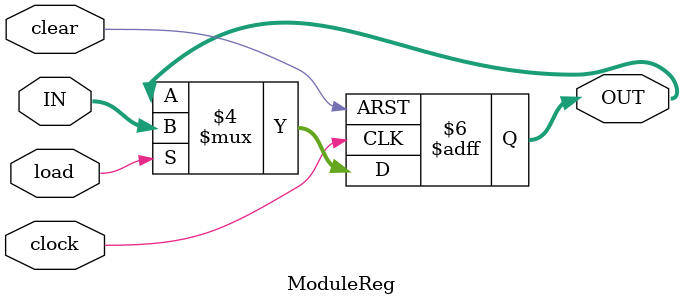
<source format=v>
module ModuleReg(clock,load,clear,IN,OUT);
  parameter size =8;
	input clock;
	input load,clear;
	input [size-1:0]IN;
	output reg[size-1:0]OUT;
	
	
	always@(posedge clock,negedge clear)
	if(~clear)
		OUT<=0;
	else
		if(load)
			OUT<=IN;
		else
			OUT<=OUT;
			
endmodule

</source>
